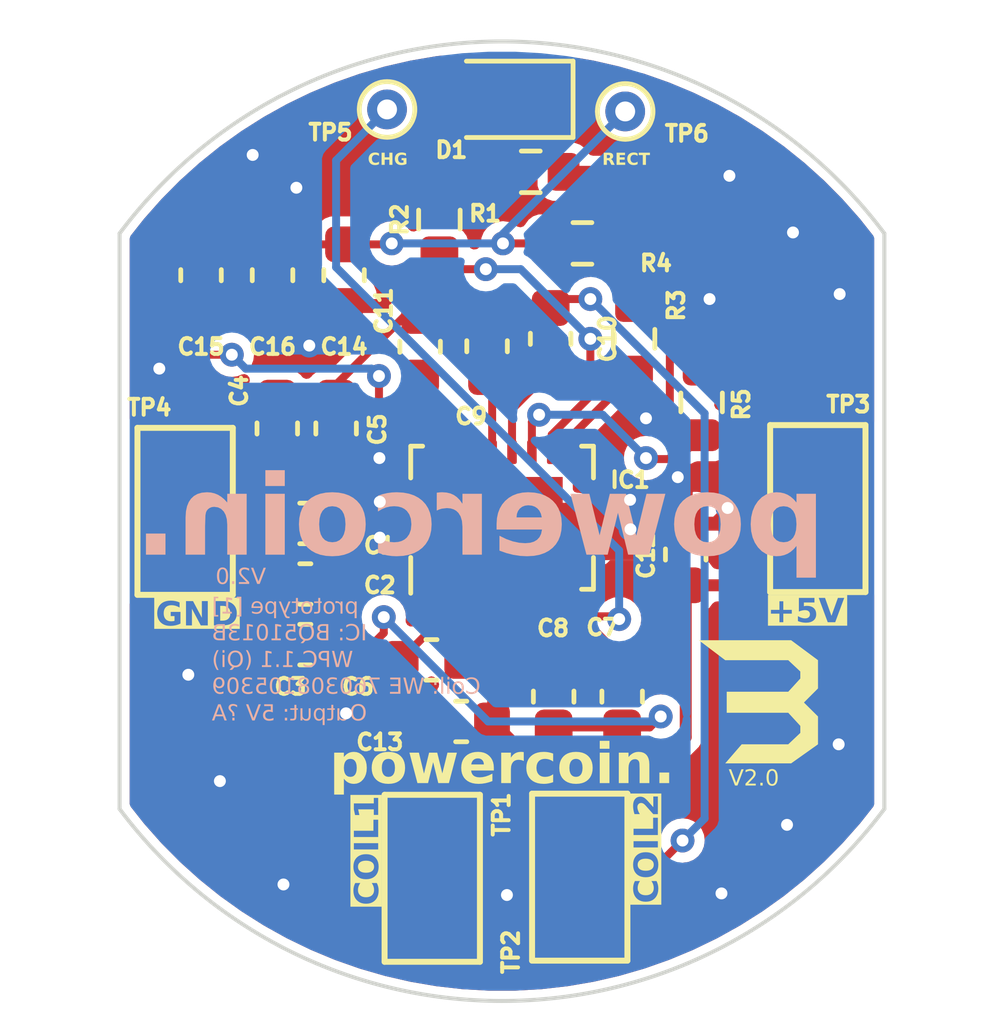
<source format=kicad_pcb>
(kicad_pcb (version 20220331) (generator pcbnew)
  (title_block (title "Powercoin") (date "2022-04-22") (rev "V2.0") (comment 3 "Wireless Charging Circuit") (comment 4 "Qi-Certified Ultra-Small"))
  (layers (0 "F.Cu" signal) (31 "B.Cu" signal) (34 "B.Paste" user) (35 "F.Paste" user) (36 "B.SilkS" user "B.Silkscreen") (37 "F.SilkS" user "F.Silkscreen") (38 "B.Mask" user) (39 "F.Mask" user) (44 "Edge.Cuts" user))
  (net 0 "")
  (net 1 "Net-(IC1-RECT)")
  (net 2 "Net-(IC1-~{CHG})")
  (net 3 "GND")
  (net 4 "+5V")
  (net 5 "Net-(IC1-AC2)")
  (net 6 "Net-(C1-Pad1)")
  (net 7 "Net-(IC1-FOD)")
  (net 8 "Net-(IC1-ILIM)")
  (net 9 "Net-(IC1-TS/CTRL)")
  (net 10 "Net-(D1-A)")
  (net 11 "Net-(IC1-AC1)")
  (net 12 "Net-(IC1-BOOT1)")
  (net 13 "Net-(IC1-CLAMP1)")
  (net 14 "Net-(IC1-COMM1)")
  (net 16 "Net-(IC1-COMM2)")
  (net 17 "Net-(IC1-CLAMP2)")
  (net 18 "Net-(IC1-BOOT2)")
  (footprint "Capacitor_SMD:C_0603_1608Metric" (layer "F.Cu") (at 102.35 77.625 180)
    (fp_text reference "C13" (at 2.05 -0.52 180) (layer "F.SilkS") (effects (font (size 0.4 0.4))))
    (fp_text value "1μF")
    (fp_line (start -0.14058 -0.51) (end 0.14058 -0.51) (stroke (width 0.12)) (layer "F.SilkS"))
    (fp_line (start -0.14058 0.51) (end 0.14058 0.51) (stroke (width 0.12)) (layer "F.SilkS"))
    (pad "1" smd roundrect (at -0.775 0 180) (size 0.9 0.95) (layers "F.Cu" "F.Paste" "F.Mask") (net 4 "+5V"))
    (pad "2" smd roundrect (at 0.775 0 180) (size 0.9 0.95) (layers "F.Cu" "F.Paste" "F.Mask") (net 3 "GND"))
  )
  (footprint "Package_DFN_QFN:Texas_VQFN-RHL-20" (layer "F.Cu") (at 103.378 72.5 90)
    (fp_text reference "IC1" (at 0.95 3.222 180) (layer "F.SilkS") (effects (font (size 0.4 0.4) (thickness 0.125))))
    (fp_text value "BQ51013B_VQFN_20")
    (fp_line (start -1.9 -2.3) (end -1 -2.3) (stroke (width 0.12)) (layer "F.SilkS"))
    (fp_line (start -1.8 2) (end -1.8 2.3) (stroke (width 0.12)) (layer "F.SilkS"))
    (fp_line (start -1.8 2.3) (end -1 2.3) (stroke (width 0.12)) (layer "F.SilkS"))
    (fp_line (start 1 -2.3) (end 1.8 -2.3) (stroke (width 0.12)) (layer "F.SilkS"))
    (fp_line (start 1 2.3) (end 1.8 2.3) (stroke (width 0.12)) (layer "F.SilkS"))
    (fp_line (start 1.8 -2.3) (end 1.8 -2) (stroke (width 0.12)) (layer "F.SilkS"))
    (fp_line (start 1.8 2) (end 1.8 2.3) (stroke (width 0.12)) (layer "F.SilkS"))
    (pad "1" smd roundrect (at -0.75 -2.15 90) (size 0.24 0.6) (layers "F.Cu" "F.Paste" "F.Mask") (roundrect_rratio 0.21) (net 3 "GND"))
    (pad "2" smd roundrect (at -1.65 -1.75 90) (size 0.6 0.24) (layers "F.Cu" "F.Paste" "F.Mask") (roundrect_rratio 0.21) (net 11 "Net-(IC1-AC1)"))
    (pad "3" smd roundrect (at -1.65 -1.25 90) (size 0.6 0.24) (layers "F.Cu" "F.Paste" "F.Mask") (roundrect_rratio 0.21) (net 12 "Net-(IC1-BOOT1)"))
    (pad "4" smd roundrect (at -1.65 -0.75 90) (size 0.6 0.24) (layers "F.Cu" "F.Paste" "F.Mask") (roundrect_rratio 0.21) (net 4 "+5V"))
    (pad "5" smd roundrect (at -1.65 -0.25 90) (size 0.6 0.24) (layers "F.Cu" "F.Paste" "F.Mask") (roundrect_rratio 0.21) (net 13 "Net-(IC1-CLAMP1)"))
    (pad "6" smd roundrect (at -1.65 0.25 90) (size 0.6 0.24) (layers "F.Cu" "F.Paste" "F.Mask") (roundrect_rratio 0.21) (net 14 "Net-(IC1-COMM1)"))
    (pad "7" smd roundrect (at -1.65 0.75 90) (size 0.6 0.24) (layers "F.Cu" "F.Paste" "F.Mask") (roundrect_rratio 0.21) (net 2 "Net-(IC1-~{CHG})"))
    (pad "8" smd roundrect (at -1.65 1.25 90) (size 0.6 0.24) (layers "F.Cu" "F.Paste" "F.Mask") (roundrect_rratio 0.21))
    (pad "9" smd roundrect (at -1.65 1.75 90) (size 0.6 0.24) (layers "F.Cu" "F.Paste" "F.Mask") (roundrect_rratio 0.21) (net 3 "GND"))
    (pad "10" smd roundrect (at -0.75 2.15 90) (size 0.24 0.6) (layers "F.Cu" "F.Paste" "F.Mask") (roundrect_rratio 0.21) (net 3 "GND"))
    (pad "11" smd roundrect (at 0.75 2.15 90) (size 0.24 0.6) (layers "F.Cu" "F.Paste" "F.Mask") (roundrect_rratio 0.21) (net 3 "GND"))
    (pad "12" smd roundrect (at 1.65 1.75 90) (size 0.6 0.24) (layers "F.Cu" "F.Paste" "F.Mask") (roundrect_rratio 0.21) (net 8 "Net-(IC1-ILIM)"))
    (pad "13" smd roundrect (at 1.65 1.25 90) (size 0.6 0.24) (layers "F.Cu" "F.Paste" "F.Mask") (roundrect_rratio 0.21) (net 9 "Net-(IC1-TS/CTRL)"))
    (pad "14" smd roundrect (at 1.65 0.75 90) (size 0.6 0.24) (layers "F.Cu" "F.Paste" "F.Mask") (roundrect_rratio 0.21) (net 7 "Net-(IC1-FOD)"))
    (pad "15" smd roundrect (at 1.65 0.25 90) (size 0.6 0.24) (layers "F.Cu" "F.Paste" "F.Mask") (roundrect_rratio 0.21) (net 16 "Net-(IC1-COMM2)"))
    (pad "16" smd roundrect (at 1.65 -0.25 90) (size 0.6 0.24) (layers "F.Cu" "F.Paste" "F.Mask") (roundrect_rratio 0.21) (net 17 "Net-(IC1-CLAMP2)"))
    (pad "17" smd roundrect (at 1.65 -0.75 90) (size 0.6 0.24) (layers "F.Cu" "F.Paste" "F.Mask") (roundrect_rratio 0.21) (net 18 "Net-(IC1-BOOT2)"))
    (pad "18" smd roundrect (at 1.65 -1.25 90) (size 0.6 0.24) (layers "F.Cu" "F.Paste" "F.Mask") (roundrect_rratio 0.21) (net 1 "Net-(IC1-RECT)"))
    (pad "19" smd roundrect (at 1.65 -1.75 90) (size 0.6 0.24) (layers "F.Cu" "F.Paste" "F.Mask") (roundrect_rratio 0.21) (net 5 "Net-(IC1-AC2)"))
    (pad "20" smd roundrect (at 0.75 -2.15 90) (size 0.24 0.6) (layers "F.Cu" "F.Paste" "F.Mask") (roundrect_rratio 0.21) (net 3 "GND"))
    (pad "21" smd roundrect (at -0.275 -2.15 90) (size 0.2 0.6) (layers "F.Cu" "F.Paste" "F.Mask") (net 3 "GND"))
    (pad "21" smd roundrect (at -0.275 2.15 90) (size 0.2 0.6) (layers "F.Cu" "F.Paste" "F.Mask") (net 3 "GND"))
    (pad "21" smd custom (at 0 0 90) (size 1.524 1.524) (layers "F.Cu" "F.Mask") (net 3 "GND") (options (clearance outline) (anchor rect)) (primitives (gr_poly (pts (xy 0.375 -1.525) (xy 1.025 -1.525) (xy 1.025 1.525) (xy 0.375 1.525) (xy 0.375 1.925) (xy -0.375 1.925) (xy -0.375 1.525) (xy -1.025 1.525) (xy -1.025 -1.525) (xy -0.375 -1.525) (xy -0.375 -1.925) (xy 0.375 -1.925)) (width 0) (fill yes))))
    (pad "21" smd roundrect (at 0.275 -2.15 90) (size 0.2 0.6) (layers "F.Cu" "F.Paste" "F.Mask") (net 3 "GND"))
    (pad "21" smd roundrect (at 0.275 2.15 90) (size 0.2 0.6) (layers "F.Cu" "F.Paste" "F.Mask") (net 3 "GND"))
  )
  (footprint "Capacitor_SMD:C_0603_1608Metric" (layer "F.Cu") (at 98.425 74.168)
    (fp_text reference "C2" (at 1.875 0.032) (layer "F.SilkS") (effects (font (size 0.4 0.4))))
    (fp_text value "68nf")
    (fp_line (start -0.14058 -0.51) (end 0.14058 -0.51) (stroke (width 0.12)) (layer "F.SilkS"))
    (fp_line (start -0.14058 0.51) (end 0.14058 0.51) (stroke (width 0.12)) (layer "F.SilkS"))
    (pad "1" smd roundrect (at -0.775 0) (size 0.9 0.95) (layers "F.Cu" "F.Paste" "F.Mask") (net 6 "Net-(C1-Pad1)"))
    (pad "2" smd roundrect (at 0.775 0) (size 0.9 0.95) (layers "F.Cu" "F.Paste" "F.Mask") (net 11 "Net-(IC1-AC1)"))
  )
  (footprint "Capacitor_SMD:C_0603_1608Metric" (layer "F.Cu") (at 101.6 76.076)
    (fp_text reference "C6" (at -1.85 0.674) (layer "F.SilkS") (effects (font (size 0.4 0.4))))
    (fp_text value "10nf")
    (fp_line (start -0.14058 -0.51) (end 0.14058 -0.51) (stroke (width 0.12)) (layer "F.SilkS"))
    (fp_line (start -0.14058 0.51) (end 0.14058 0.51) (stroke (width 0.12)) (layer "F.SilkS"))
    (pad "1" smd roundrect (at -0.775 0) (size 0.9 0.95) (layers "F.Cu" "F.Paste" "F.Mask") (net 11 "Net-(IC1-AC1)"))
    (pad "2" smd roundrect (at 0.775 0) (size 0.9 0.95) (layers "F.Cu" "F.Paste" "F.Mask") (net 12 "Net-(IC1-BOOT1)"))
  )
  (footprint "TestPoint:TestPoint_Keystone_5019_Minature" (layer "F.Cu") (at 111.325 72.27 90)
    (fp_text reference "TP3" (at 2.62 0.77 180) (layer "F.SilkS") (effects (font (size 0.4 0.4) (thickness 0.125))))
    (fp_text value "PWR")
    (fp_line (start -2.1 -1.2) (end 2.1 -1.2) (stroke (width 0.15)) (layer "F.SilkS"))
    (fp_line (start -2.1 1.2) (end -2.1 -1.2) (stroke (width 0.15)) (layer "F.SilkS"))
    (fp_line (start 2.1 -1.2) (end 2.1 1.2) (stroke (width 0.15)) (layer "F.SilkS"))
    (fp_line (start 2.1 1.2) (end -2.1 1.2) (stroke (width 0.15)) (layer "F.SilkS"))
    (pad "1" smd rect (at 0 0 90) (size 3.8 2) (layers "F.Cu" "F.Paste" "F.Mask") (net 4 "+5V"))
  )
  (footprint "Capacitor_SMD:C_0603_1608Metric" (layer "F.Cu") (at 108 73.425 90)
    (fp_text reference "C12" (at -0.025 -1 90) (layer "F.SilkS") (effects (font (size 0.4 0.4))))
    (fp_text value "100nf")
    (fp_line (start -0.14058 -0.51) (end 0.14058 -0.51) (stroke (width 0.12)) (layer "F.SilkS"))
    (fp_line (start -0.14058 0.51) (end 0.14058 0.51) (stroke (width 0.12)) (layer "F.SilkS"))
    (pad "1" smd roundrect (at -0.775 0 90) (size 0.9 0.95) (layers "F.Cu" "F.Paste" "F.Mask") (net 4 "+5V"))
    (pad "2" smd roundrect (at 0.775 0 90) (size 0.9 0.95) (layers "F.Cu" "F.Paste" "F.Mask") (net 3 "GND"))
  )
  (footprint "Capacitor_SMD:C_0603_1608Metric" (layer "F.Cu") (at 97.6 66.4 -90)
    (fp_text reference "C16" (at 1.8 0 -180) (layer "F.SilkS") (effects (font (size 0.4 0.4))))
    (fp_text value "10μF")
    (fp_line (start -0.14058 -0.51) (end 0.14058 -0.51) (stroke (width 0.12)) (layer "F.SilkS"))
    (fp_line (start -0.14058 0.51) (end 0.14058 0.51) (stroke (width 0.12)) (layer "F.SilkS"))
    (pad "1" smd roundrect (at -0.775 0 270) (size 0.9 0.95) (layers "F.Cu" "F.Paste" "F.Mask") (net 1 "Net-(IC1-RECT)"))
    (pad "2" smd roundrect (at 0.775 0 270) (size 0.9 0.95) (layers "F.Cu" "F.Paste" "F.Mask") (net 3 "GND"))
  )
  (footprint "TestPoint:TestPoint_THTPad_D1.0mm_Drill0.5mm" (layer "F.Cu") (at 100.4824 62.23)
    (fp_text reference "TP5" (at -1.4224 0.58) (layer "F.SilkS") (effects (font (size 0.4 0.4))))
    (fp_text value "CHG")
    (fp_circle (center 0 0) (end 0 0.7) (stroke (width 0.12)) (fill none) (layer "F.SilkS"))
    (pad "1" thru_hole circle (at 0 0) (size 1 1) (drill 0.5) (layers *.Cu *.Mask) (net 2 "Net-(IC1-~{CHG})"))
  )
  (footprint "Capacitor_SMD:C_0603_1608Metric" (layer "F.Cu") (at 99.2 70.255 -90)
    (fp_text reference "C5" (at 0.025 -1.04 90) (layer "F.SilkS") (effects (font (size 0.4 0.4))))
    (fp_text value "100pf")
    (fp_line (start -0.14058 -0.51) (end 0.14058 -0.51) (stroke (width 0.12)) (layer "F.SilkS"))
    (fp_line (start -0.14058 0.51) (end 0.14058 0.51) (stroke (width 0.12)) (layer "F.SilkS"))
    (pad "1" smd roundrect (at -0.775 0 270) (size 0.9 0.95) (layers "F.Cu" "F.Paste" "F.Mask") (net 5 "Net-(IC1-AC2)"))
    (pad "2" smd roundrect (at 0.775 0 270) (size 0.9 0.95) (layers "F.Cu" "F.Paste" "F.Mask") (net 11 "Net-(IC1-AC1)"))
  )
  (footprint "Capacitor_SMD:C_0603_1608Metric" (layer "F.Cu") (at 98.425 75.692)
    (fp_text reference "C3" (at -0.375 1.058) (layer "F.SilkS") (effects (font (size 0.4 0.4))))
    (fp_text value "68nf")
    (fp_line (start -0.14058 -0.51) (end 0.14058 -0.51) (stroke (width 0.12)) (layer "F.SilkS"))
    (fp_line (start -0.14058 0.51) (end 0.14058 0.51) (stroke (width 0.12)) (layer "F.SilkS"))
    (pad "1" smd roundrect (at -0.775 0) (size 0.9 0.95) (layers "F.Cu" "F.Paste" "F.Mask") (net 6 "Net-(C1-Pad1)"))
    (pad "2" smd roundrect (at 0.775 0) (size 0.9 0.95) (layers "F.Cu" "F.Paste" "F.Mask") (net 11 "Net-(IC1-AC1)"))
  )
  (footprint "TestPoint:TestPoint_THTPad_D1.0mm_Drill0.5mm" (layer "F.Cu") (at 106.4768 62.2808)
    (fp_text reference "TP6" (at 1.5532 0.5592 180) (layer "F.SilkS") (effects (font (size 0.4 0.4) (thickness 0.125))))
    (fp_text value "RECT")
    (fp_circle (center 0 0) (end 0 0.7) (stroke (width 0.12)) (fill none) (layer "F.SilkS"))
    (pad "1" thru_hole circle (at 0 0) (size 1 1) (drill 0.5) (layers *.Cu *.Mask) (net 1 "Net-(IC1-RECT)"))
  )
  (footprint "Resistor_SMD:R_0603_1608Metric" (layer "F.Cu") (at 101.8 65 90)
    (fp_text reference "R2" (at 0 -1 90) (layer "F.SilkS") (effects (font (size 0.4 0.4))))
    (fp_text value "10k")
    (fp_line (start -0.237258 -0.5225) (end 0.237258 -0.5225) (stroke (width 0.12)) (layer "F.SilkS"))
    (fp_line (start -0.237258 0.5225) (end 0.237258 0.5225) (stroke (width 0.12)) (layer "F.SilkS"))
    (pad "1" smd roundrect (at -0.825 0 90) (size 0.8 0.95) (layers "F.Cu" "F.Paste" "F.Mask") (net 9 "Net-(IC1-TS/CTRL)"))
    (pad "2" smd roundrect (at 0.825 0 90) (size 0.8 0.95) (layers "F.Cu" "F.Paste" "F.Mask") (net 3 "GND"))
  )
  (footprint "Resistor_SMD:R_0603_1608Metric" (layer "F.Cu") (at 105.4 65.6 180)
    (fp_text reference "R4" (at -1.85 -0.5) (layer "F.SilkS") (effects (font (size 0.4 0.4))))
    (fp_text value "20k")
    (fp_line (start -0.237258 -0.5225) (end 0.237258 -0.5225) (stroke (width 0.12)) (layer "F.SilkS"))
    (fp_line (start -0.237258 0.5225) (end 0.237258 0.5225) (stroke (width 0.12)) (layer "F.SilkS"))
    (pad "1" smd roundrect (at -0.825 0 180) (size 0.8 0.95) (layers "F.Cu" "F.Paste" "F.Mask") (net 7 "Net-(IC1-FOD)"))
    (pad "2" smd roundrect (at 0.825 0 180) (size 0.8 0.95) (layers "F.Cu" "F.Paste" "F.Mask") (net 1 "Net-(IC1-RECT)"))
  )
  (footprint "Capacitor_SMD:C_0603_1608Metric" (layer "F.Cu") (at 97.719 70.255 -90)
    (fp_text reference "C4" (at -0.945 0.959 90) (layer "F.SilkS") (effects (font (size 0.4 0.4))))
    (fp_text value "1.8nf")
    (fp_line (start -0.14058 -0.51) (end 0.14058 -0.51) (stroke (width 0.12)) (layer "F.SilkS"))
    (fp_line (start -0.14058 0.51) (end 0.14058 0.51) (stroke (width 0.12)) (layer "F.SilkS"))
    (pad "1" smd roundrect (at -0.775 0 270) (size 0.9 0.95) (layers "F.Cu" "F.Paste" "F.Mask") (net 5 "Net-(IC1-AC2)"))
    (pad "2" smd roundrect (at 0.775 0 270) (size 0.9 0.95) (layers "F.Cu" "F.Paste" "F.Mask") (net 11 "Net-(IC1-AC1)"))
  )
  (footprint "Capacitor_SMD:C_0603_1608Metric" (layer "F.Cu") (at 106.4 77 90)
    (fp_text reference "C7" (at 1.74 -0.5 180) (layer "F.SilkS") (effects (font (size 0.4 0.4))))
    (fp_text value "22nf")
    (fp_line (start -0.14058 -0.51) (end 0.14058 -0.51) (stroke (width 0.12)) (layer "F.SilkS"))
    (fp_line (start -0.14058 0.51) (end 0.14058 0.51) (stroke (width 0.12)) (layer "F.SilkS"))
    (pad "1" smd roundrect (at -0.775 0 90) (size 0.9 0.95) (layers "F.Cu" "F.Paste" "F.Mask") (net 11 "Net-(IC1-AC1)"))
    (pad "2" smd roundrect (at 0.775 0 90) (size 0.9 0.95) (layers "F.Cu" "F.Paste" "F.Mask") (net 14 "Net-(IC1-COMM1)"))
  )
  (footprint "Capacitor_SMD:C_0603_1608Metric" (layer "F.Cu") (at 101.315 68.2 -90)
    (fp_text reference "C11" (at -0.9 0.915 -90) (layer "F.SilkS") (effects (font (size 0.4 0.4))))
    (fp_text value "10nf")
    (fp_line (start -0.14058 -0.51) (end 0.14058 -0.51) (stroke (width 0.12)) (layer "F.SilkS"))
    (fp_line (start -0.14058 0.51) (end 0.14058 0.51) (stroke (width 0.12)) (layer "F.SilkS"))
    (pad "1" smd roundrect (at -0.775 0 270) (size 0.9 0.95) (layers "F.Cu" "F.Paste" "F.Mask") (net 5 "Net-(IC1-AC2)"))
    (pad "2" smd roundrect (at 0.775 0 270) (size 0.9 0.95) (layers "F.Cu" "F.Paste" "F.Mask") (net 18 "Net-(IC1-BOOT2)"))
  )
  (footprint "Capacitor_SMD:C_0603_1608Metric" (layer "F.Cu") (at 104.676 77 90)
    (fp_text reference "C8" (at 1.72 -0.016 180) (layer "F.SilkS") (effects (font (size 0.4 0.4))))
    (fp_text value "470nf")
    (fp_line (start -0.14058 -0.51) (end 0.14058 -0.51) (stroke (width 0.12)) (layer "F.SilkS"))
    (fp_line (start -0.14058 0.51) (end 0.14058 0.51) (stroke (width 0.12)) (layer "F.SilkS"))
    (pad "1" smd roundrect (at -0.775 0 90) (size 0.9 0.95) (layers "F.Cu" "F.Paste" "F.Mask") (net 11 "Net-(IC1-AC1)"))
    (pad "2" smd roundrect (at 0.775 0 90) (size 0.9 0.95) (layers "F.Cu" "F.Paste" "F.Mask") (net 13 "Net-(IC1-CLAMP1)"))
  )
  (footprint "Resistor_SMD:R_0603_1608Metric" (layer "F.Cu") (at 108.4 69.6 -90)
    (fp_text reference "R5" (at 0.05 -1 -90) (layer "F.SilkS") (effects (font (size 0.4 0.4))))
    (fp_text value "196")
    (fp_line (start -0.237258 -0.5225) (end 0.237258 -0.5225) (stroke (width 0.12)) (layer "F.SilkS"))
    (fp_line (start -0.237258 0.5225) (end 0.237258 0.5225) (stroke (width 0.12)) (layer "F.SilkS"))
    (pad "1" smd roundrect (at -0.825 0 270) (size 0.8 0.95) (layers "F.Cu" "F.Paste" "F.Mask") (net 3 "GND"))
    (pad "2" smd roundrect (at 0.825 0 270) (size 0.8 0.95) (layers "F.Cu" "F.Paste" "F.Mask") (net 7 "Net-(IC1-FOD)"))
  )
  (footprint "Byran_Logo:Byran_Tech_Logo_3mm_v2" (layer "F.Cu") (at 109.83 77.13)
    (fp_text reference "G***")
    (fp_text value "LOGO" hide)
    (fp_poly (pts (xy 1.161454 -1.297618) (xy 1.499655 -1.046456) (xy 1.499843 -0.691421) (xy 1.500031 -0.336385) (xy 1.361839 -0.198005) (xy 1.349264 -0.185413) (xy 1.336684 -0.172814) (xy 1.324162 -0.160272) (xy 1.311759 -0.147849) (xy 1.299538 -0.135607) (xy 1.28756 -0.123607) (xy 1.275888 -0.111913) (xy 1.264584 -0.100586) (xy 1.253709 -0.089688) (xy 1.243325 -0.079282) (xy 1.233496 -0.06943) (xy 1.224282 -0.060194) (xy 1.215745 -0.051636) (xy 1.207949 -0.043818) (xy 1.200954 -0.036802) (xy 1.194823 -0.030651) (xy 1.189618 -0.025427) (xy 1.1854 -0.021191) (xy 1.184802 -0.02059) (xy 1.145957 0.018446) (xy 1.500031 0.369286) (xy 1.499843 0.719517) (xy 1.499655 1.069747) (xy 0.823891 1.548739) (xy -0.005871 1.54876) (xy -0.835633 1.54878) (xy -0.832907 1.545593) (xy -0.832231 1.54481) (xy -0.830608 1.54293) (xy -0.828068 1.539992) (xy -0.824645 1.536033) (xy -0.820372 1.531091) (xy -0.815281 1.525204) (xy -0.809405 1.51841) (xy -0.802777 1.510746) (xy -0.795429 1.502251) (xy -0.787395 1.492963) (xy -0.778707 1.482918) (xy -0.769398 1.472156) (xy -0.759501 1.460714) (xy -0.749048 1.448629) (xy -0.738072 1.43594) (xy -0.726606 1.422685) (xy -0.714683 1.408902) (xy -0.702335 1.394627) (xy -0.689595 1.3799) (xy -0.676496 1.364758) (xy -0.663071 1.349239) (xy -0.649352 1.333381) (xy -0.635373 1.317221) (xy -0.625657 1.30599) (xy -0.421133 1.069574) (xy 0.164628 1.069534) (xy 0.75039 1.069494) (xy 0.902455 0.926124) (xy 1.054521 0.782754) (xy 1.054499 0.694571) (xy 1.054478 0.606387) (xy 0.75039 0.276115) (xy -0.798016 0.276005) (xy -0.798016 -0.252755) (xy -0.023813 -0.252807) (xy 0.75039 -0.252858) (xy 0.902458 -0.418951) (xy 1.054527 -0.585043) (xy 1.054336 -0.673336) (xy 1.054146 -0.761629) (xy 0.75039 -1.046243) (xy -0.042751 -1.046267) (xy -0.835891 -1.046291) (xy -1.167294 -1.29712) (xy -1.187152 -1.312149) (xy -1.206711 -1.326954) (xy -1.225937 -1.341506) (xy -1.244797 -1.355782) (xy -1.263256 -1.369755) (xy -1.28128 -1.383399) (xy -1.298836 -1.396688) (xy -1.315889 -1.409597) (xy -1.332405 -1.4221) (xy -1.348349 -1.434171) (xy -1.363689 -1.445785) (xy -1.37839 -1.456915) (xy -1.392417 -1.467535) (xy -1.405737 -1.477621) (xy -1.418316 -1.487145) (xy -1.430119 -1.496083) (xy -1.441113 -1.504409) (xy -1.451263 -1.512096) (xy -1.460536 -1.519119) (xy -1.468897 -1.525452) (xy -1.476312 -1.53107) (xy -1.482747 -1.535946) (xy -1.488168 -1.540055) (xy -1.492542 -1.54337) (xy -1.495833 -1.545867) (xy -1.498008 -1.54752) (xy -1.499033 -1.548301) (xy -1.499113 -1.548364) (xy -1.498383 -1.548379) (xy -1.496177 -1.548394) (xy -1.492523 -1.548409) (xy -1.487445 -1.548423) (xy -1.480969 -1.548438) (xy -1.473121 -1.548452) (xy -1.463926 -1.548466) (xy -1.453409 -1.54848) (xy -1.441596 -1.548494) (xy -1.428513 -1.548507) (xy -1.414185 -1.54852) (xy -1.398637 -1.548533) (xy -1.381895 -1.548546) (xy -1.363985 -1.548559) (xy -1.344932 -1.548571) (xy -1.324761 -1.548583) (xy -1.303499 -1.548595) (xy -1.28117 -1.548606) (xy -1.2578 -1.548618) (xy -1.233415 -1.548629) (xy -1.208039 -1.548639) (xy -1.1817 -1.54865) (xy -1.154421 -1.54866) (xy -1.126229 -1.548669) (xy -1.097149 -1.548679) (xy -1.067207 -1.548688) (xy -1.036427 -1.548696) (xy -1.004837 -1.548705) (xy -0.97246 -1.548712) (xy -0.939323 -1.54872) (xy -0.905452 -1.548727) (xy -0.87087 -1.548734) (xy -0.835605 -1.54874) (xy -0.799682 -1.548746) (xy -0.763126 -1.548751) (xy -0.725962 -1.548756) (xy -0.688217 -1.548761) (xy -0.649915 -1.548765) (xy -0.611082 -1.548769) (xy -0.571744 -1.548772) (xy -0.531927 -1.548775) (xy -0.491655 -1.548777) (xy -0.450954 -1.548779) (xy -0.409849 -1.54878) (xy 0.823254 -1.54878)) (fill solid) (layer "F.SilkS"))
  )
  (footprint "Resistor_SMD:R_0603_1608Metric" (layer "F.Cu") (at 106.7 68 -90)
    (fp_text reference "R3" (at -0.84 -1.06 90) (layer "F.SilkS") (effects (font (size 0.4 0.4))))
    (fp_text value "66")
    (fp_line (start -0.237258 -0.5225) (end 0.237258 -0.5225) (stroke (width 0.12)) (layer "F.SilkS"))
    (fp_line (start -0.237258 0.5225) (end 0.237258 0.5225) (stroke (width 0.12)) (layer "F.SilkS"))
    (pad "1" smd roundrect (at -0.825 0 270) (size 0.8 0.95) (layers "F.Cu" "F.Paste" "F.Mask") (net 7 "Net-(IC1-FOD)"))
    (pad "2" smd roundrect (at 0.825 0 270) (size 0.8 0.95) (layers "F.Cu" "F.Paste" "F.Mask") (net 8 "Net-(IC1-ILIM)"))
  )
  (footprint "TestPoint:TestPoint_Keystone_5019_Minature" (layer "F.Cu") (at 95.4 72.34 90)
    (fp_text reference "TP4" (at 2.61 -0.9 180) (layer "F.SilkS") (effects (font (size 0.4 0.4))))
    (fp_text value "GND")
    (fp_line (start -2.1 -1.2) (end 2.1 -1.2) (stroke (width 0.15)) (layer "F.SilkS"))
    (fp_line (start -2.1 1.2) (end -2.1 -1.2) (stroke (width 0.15)) (layer "F.SilkS"))
    (fp_line (start 2.1 -1.2) (end 2.1 1.2) (stroke (width 0.15)) (layer "F.SilkS"))
    (fp_line (start 2.1 1.2) (end -2.1 1.2) (stroke (width 0.15)) (layer "F.SilkS"))
    (pad "1" smd rect (at 0 0 90) (size 3.8 2) (layers "F.Cu" "F.Paste" "F.Mask") (net 3 "GND"))
  )
  (footprint "Capacitor_SMD:C_0603_1608Metric" (layer "F.Cu") (at 98.425 72.644)
    (fp_text reference "C1" (at 1.875 0.556) (layer "F.SilkS") (effects (font (size 0.4 0.4))))
    (fp_text value "68nf")
    (fp_line (start -0.14058 -0.51) (end 0.14058 -0.51) (stroke (width 0.12)) (layer "F.SilkS"))
    (fp_line (start -0.14058 0.51) (end 0.14058 0.51) (stroke (width 0.12)) (layer "F.SilkS"))
    (pad "1" smd roundrect (at -0.775 0) (size 0.9 0.95) (layers "F.Cu" "F.Paste" "F.Mask") (net 6 "Net-(C1-Pad1)"))
    (pad "2" smd roundrect (at 0.775 0) (size 0.9 0.95) (layers "F.Cu" "F.Paste" "F.Mask") (net 11 "Net-(IC1-AC1)"))
  )
  (footprint "TestPoint:TestPoint_Keystone_5019_Minature" (layer "F.Cu") (at 105.3324 81.5412 90)
    (fp_text reference "TP2" (at -1.8788 -1.7324 90) (layer "F.SilkS") (effects (font (size 0.4 0.4) (thickness 0.125))))
    (fp_text value "COIL2")
    (fp_line (start -2.1 -1.2) (end 2.1 -1.2) (stroke (width 0.15)) (layer "F.SilkS"))
    (fp_line (start -2.1 1.2) (end -2.1 -1.2) (stroke (width 0.15)) (layer "F.SilkS"))
    (fp_line (start 2.1 -1.2) (end 2.1 1.2) (stroke (width 0.15)) (layer "F.SilkS"))
    (fp_line (start 2.1 1.2) (end -2.1 1.2) (stroke (width 0.15)) (layer "F.SilkS"))
    (pad "1" smd rect (at 0 0 90) (size 3.8 2) (layers "F.Cu" "F.Paste" "F.Mask") (net 5 "Net-(IC1-AC2)"))
  )
  (footprint "TestPoint:TestPoint_Keystone_5019_Minature" (layer "F.Cu") (at 101.62 81.57 90)
    (fp_text reference "TP1" (at 1.6052 1.7432 90) (layer "F.SilkS") (effects (font (size 0.4 0.4) (thickness 0.125))))
    (fp_text value "COIL1")
    (fp_line (start -2.1 -1.2) (end 2.1 -1.2) (stroke (width 0.15)) (layer "F.SilkS"))
    (fp_line (start -2.1 1.2) (end -2.1 -1.2) (stroke (width 0.15)) (layer "F.SilkS"))
    (fp_line (start 2.1 -1.2) (end 2.1 1.2) (stroke (width 0.15)) (layer "F.SilkS"))
    (fp_line (start 2.1 1.2) (end -2.1 1.2) (stroke (width 0.15)) (layer "F.SilkS"))
    (pad "1" smd rect (at 0 0 90) (size 3.8 2) (layers "F.Cu" "F.Paste" "F.Mask") (net 6 "Net-(C1-Pad1)"))
  )
  (footprint "Capacitor_SMD:C_0603_1608Metric" (layer "F.Cu") (at 104.6 68 -90)
    (fp_text reference "C10" (at 0 -1.43 -90) (layer "F.SilkS") (effects (font (size 0.4 0.4))))
    (fp_text value "22nf")
    (fp_line (start -0.14058 -0.51) (end 0.14058 -0.51) (stroke (width 0.12)) (layer "F.SilkS"))
    (fp_line (start -0.14058 0.51) (end 0.14058 0.51) (stroke (width 0.12)) (layer "F.SilkS"))
    (pad "1" smd roundrect (at -0.775 0 270) (size 0.9 0.95) (layers "F.Cu" "F.Paste" "F.Mask") (net 5 "Net-(IC1-AC2)"))
    (pad "2" smd roundrect (at 0.775 0 270) (size 0.9 0.95) (layers "F.Cu" "F.Paste" "F.Mask") (net 16 "Net-(IC1-COMM2)"))
  )
  (footprint "LED_SMD:LED_0805_2012Metric" (layer "F.Cu") (at 103.4796 61.976 180)
    (fp_text reference "D1" (at 1.3796 -1.274 180) (layer "F.SilkS") (effects (font (size 0.4 0.4))))
    (fp_text value "LED")
    (fp_line (start -1.685 -0.96) (end -1.685 0.96) (stroke (width 0.12)) (layer "F.SilkS"))
    (fp_line (start -1.685 0.96) (end 1 0.96) (stroke (width 0.12)) (layer "F.SilkS"))
    (fp_line (start 1 -0.96) (end -1.685 -0.96) (stroke (width 0.12)) (layer "F.SilkS"))
    (pad "1" smd roundrect (at -0.9375 0 180) (size 0.975 1.4) (layers "F.Cu" "F.Paste" "F.Mask") (net 3 "GND"))
    (pad "2" smd roundrect (at 0.9375 0 180) (size 0.975 1.4) (layers "F.Cu" "F.Paste" "F.Mask") (net 10 "Net-(D1-A)"))
  )
  (footprint "Capacitor_SMD:C_0603_1608Metric" (layer "F.Cu") (at 95.8 66.4 -90)
    (fp_text reference "C15" (at 1.8 0 -180) (layer "F.SilkS") (effects (font (size 0.4 0.4))))
    (fp_text value "10μF")
    (fp_line (start -0.14058 -0.51) (end 0.14058 -0.51) (stroke (width 0.12)) (layer "F.SilkS"))
    (fp_line (start -0.14058 0.51) (end 0.14058 0.51) (stroke (width 0.12)) (layer "F.SilkS"))
    (pad "1" smd roundrect (at -0.775 0 270) (size 0.9 0.95) (layers "F.Cu" "F.Paste" "F.Mask") (net 1 "Net-(IC1-RECT)"))
    (pad "2" smd roundrect (at 0.775 0 270) (size 0.9 0.95) (layers "F.Cu" "F.Paste" "F.Mask") (net 3 "GND"))
  )
  (footprint "Capacitor_SMD:C_0603_1608Metric" (layer "F.Cu") (at 103 68.187 -90)
    (fp_text reference "C9" (at 1.763 0.4) (layer "F.SilkS") (effects (font (size 0.4 0.4))))
    (fp_text value "470nf")
    (fp_line (start -0.14058 -0.51) (end 0.14058 -0.51) (stroke (width 0.12)) (layer "F.SilkS"))
    (fp_line (start -0.14058 0.51) (end 0.14058 0.51) (stroke (width 0.12)) (layer "F.SilkS"))
    (pad "1" smd roundrect (at -0.775 0 270) (size 0.9 0.95) (layers "F.Cu" "F.Paste" "F.Mask") (net 5 "Net-(IC1-AC2)"))
    (pad "2" smd roundrect (at 0.775 0 270) (size 0.9 0.95) (layers "F.Cu" "F.Paste" "F.Mask") (net 17 "Net-(IC1-CLAMP2)"))
  )
  (footprint "Capacitor_SMD:C_0603_1608Metric" (layer "F.Cu") (at 99.4 66.4 -90)
    (fp_text reference "C14" (at 1.8 0 -180) (layer "F.SilkS") (effects (font (size 0.4 0.4))))
    (fp_text value "100nf")
    (fp_line (start -0.14058 -0.51) (end 0.14058 -0.51) (stroke (width 0.12)) (layer "F.SilkS"))
    (fp_line (start -0.14058 0.51) (end 0.14058 0.51) (stroke (width 0.12)) (layer "F.SilkS"))
    (pad "1" smd roundrect (at -0.775 0 270) (size 0.9 0.95) (layers "F.Cu" "F.Paste" "F.Mask") (net 1 "Net-(IC1-RECT)"))
    (pad "2" smd roundrect (at 0.775 0 270) (size 0.9 0.95) (layers "F.Cu" "F.Paste" "F.Mask") (net 3 "GND"))
  )
  (footprint "Resistor_SMD:R_0603_1608Metric" (layer "F.Cu") (at 104.1 63.8)
    (fp_text reference "R1" (at -1.15 1.05) (layer "F.SilkS") (effects (font (size 0.4 0.4))))
    (fp_text value "330")
    (fp_line (start -0.237258 -0.5225) (end 0.237258 -0.5225) (stroke (width 0.12)) (layer "F.SilkS"))
    (fp_line (start -0.237258 0.5225) (end 0.237258 0.5225) (stroke (width 0.12)) (layer "F.SilkS"))
    (pad "1" smd roundrect (at -0.825 0) (size 0.8 0.95) (layers "F.Cu" "F.Paste" "F.Mask") (net 10 "Net-(D1-A)"))
    (pad "2" smd roundrect (at 0.825 0) (size 0.8 0.95) (layers "F.Cu" "F.Paste" "F.Mask") (net 4 "+5V"))
  )
  (gr_line (start 93.75 65.35) (end 93.75 79.825) (stroke (width 0.1)) (layer "Edge.Cuts"))
  (gr_line (start 113 65.35) (end 113 79.825) (stroke (width 0.1)) (layer "Edge.Cuts"))
  (gr_arc (start 113 79.825) (mid 103.375 84.655051) (end 93.75 79.825) (stroke (width 0.1)) (layer "Edge.Cuts"))
  (gr_arc (start 93.75 65.35) (mid 103.375 60.519949) (end 113 65.35) (stroke (width 0.1)) (layer "Edge.Cuts"))
  (gr_text "prototype [1]\nIC: BQ51013B\nWPC 1.1 (Qi)\nCoil: WE 760308105309\nOutput: 5V ?A" (at 96.07 76.09) (layer "B.SilkS") (effects (font (size 0.4 0.4) (thickness 0.0625)) (justify right mirror)))
  (gr_text "V2.0" (at 96.8 74) (layer "B.SilkS") (effects (font (size 0.4 0.4) (thickness 0.0625)) (justify mirror)))
  (gr_text "powercoin." (at 102.82 72.6) (layer "B.SilkS") (effects (font (size 2 2) (thickness 0.3) bold) (justify mirror)))
  (gr_text "COIL2" (at 107.05 80.82 90) (layer "F.SilkS" knockout) (effects (font (size 0.6 0.6) (thickness 0.15) bold)))
  (gr_text "powercoin." (at 103.38 78.76) (layer "F.SilkS") (effects (font (size 1 1) (thickness 0.125) bold)))
  (gr_text "COIL1" (at 100.01 80.87 90) (layer "F.SilkS" knockout) (effects (font (size 0.6 0.6) (thickness 0.15) bold)))
  (gr_text "GND" (at 95.7 74.96) (layer "F.SilkS" knockout) (effects (font (size 0.6 0.6) (thickness 0.15) bold)))
  (gr_text "+5V" (at 111.025 74.88) (layer "F.SilkS" knockout) (effects (font (size 0.6 0.6) (thickness 0.15) bold)))
  (gr_text "CHG" (at 100.5 63.5) (layer "F.SilkS") (effects (font (size 0.3 0.3) (thickness 0.075) bold)))
  (gr_text "V2.0" (at 109.08 79.07) (layer "F.SilkS") (effects (font (size 0.4 0.4) (thickness 0.0625)) (justify left)))
  (gr_text "RECT" (at 106.5 63.5) (layer "F.SilkS") (effects (font (size 0.3 0.3) (thickness 0.075) bold)))
  (segment (start 103.4 65.6) (end 104.575 65.6) (width 0.2) (layer "F.Cu") (net 1))
  (segment (start 100.2792 68.9356) (end 100.2792 69.60016) (width 0.2) (layer "F.Cu") (net 1))
  (segment (start 100.575 65.625) (end 100.6 65.6) (width 0.2) (layer "F.Cu") (net 1))
  (segment (start 100.2792 69.60016) (end 100.6 69.92096) (width 0.2) (layer "F.Cu") (net 1))
  (segment (start 95.04548 67.608979) (end 95.04548 66.37952) (width 0.2) (layer "F.Cu") (net 1))
  (segment (start 95.836501 68.4) (end 95.04548 67.608979) (width 0.2) (layer "F.Cu") (net 1))
  (segment (start 101.724238 69.92096) (end 102.128 70.324722) (width 0.2) (layer "F.Cu") (net 1))
  (segment (start 100.6 69.92096) (end 101.724238 69.92096) (width 0.2) (layer "F.Cu") (net 1))
  (segment (start 97.6 65.625) (end 99.4 65.625) (width 0.2) (layer "F.Cu") (net 1))
  (segment (start 102.128 70.324722) (end 102.128 70.85) (width 0.2) (layer "F.Cu") (net 1))
  (segment (start 96.575 68.4) (end 95.836501 68.4) (width 0.2) (layer "F.Cu") (net 1))
  (segment (start 95.04548 66.37952) (end 95.8 65.625) (width 0.2) (layer "F.Cu") (net 1))
  (segment (start 95.8 65.625) (end 97.6 65.625) (width 0.2) (layer "F.Cu") (net 1))
  (segment (start 99.4 65.625) (end 100.575 65.625) (width 0.2) (layer "F.Cu") (net 1))
  (via (at 100.6 65.6) (size 0.6) (drill 0.3) (layers "F.Cu" "B.Cu") (net 1))
  (via (at 96.575 68.4) (size 0.6) (drill 0.3) (layers "F.Cu" "B.Cu") (net 1))
  (via (at 103.4 65.6) (size 0.6) (drill 0.3) (layers "F.Cu" "B.Cu") (net 1))
  (via (at 100.2792 68.9356) (size 0.6) (drill 0.3) (layers "F.Cu" "B.Cu") (net 1))
  (segment (start 100.6 65.6) (end 103.4 65.6) (width 0.2) (layer "B.Cu") (net 1))
  (segment (start 100.0936 68.75) (end 100.2792 68.9356) (width 0.2) (layer "B.Cu") (net 1))
  (segment (start 96.575 68.4) (end 96.925 68.75) (width 0.2) (layer "B.Cu") (net 1))
  (segment (start 103.4 65.3576) (end 106.4768 62.2808) (width 0.2) (layer "B.Cu") (net 1))
  (segment (start 103.4 65.6) (end 103.4 65.3576) (width 0.2) (layer "B.Cu") (net 1))
  (segment (start 96.925 68.75) (end 100.0936 68.75) (width 0.2) (layer "B.Cu") (net 1))
  (segment (start 104.219544 74.980457) (end 104.128 74.888913) (width 0.2) (layer "F.Cu") (net 2))
  (segment (start 106.325 75.05) (end 106.255457 74.980457) (width 0.2) (layer "F.Cu") (net 2))
  (segment (start 104.128 74.888913) (end 104.128 74.15) (width 0.2) (layer "F.Cu") (net 2))
  (segment (start 106.255457 74.980457) (end 104.219544 74.980457) (width 0.2) (layer "F.Cu") (net 2))
  (via (at 106.325 75.05) (size 0.6) (drill 0.3) (layers "F.Cu" "B.Cu") (net 2))
  (segment (start 106.325 73.325) (end 99.2 66.2) (width 0.2) (layer "B.Cu") (net 2))
  (segment (start 106.325 75.05) (end 106.325 73.325) (width 0.2) (layer "B.Cu") (net 2))
  (segment (start 99.2 66.2) (end 99.2 63.5124) (width 0.2) (layer "B.Cu") (net 2))
  (segment (start 99.2 63.5124) (end 100.4824 62.23) (width 0.2) (layer "B.Cu") (net 2))
  (segment (start 105.528 73.25) (end 106.15 73.25) (width 0.2) (layer "F.Cu") (net 3))
  (segment (start 106.15 73.25) (end 106.609769 72.790231) (width 0.2) (layer "F.Cu") (net 3))
  (segment (start 97.6 67.175) (end 99.4 67.175) (width 0.2) (layer "F.Cu") (net 3))
  (segment (start 106.6 72.780462) (end 106.609769 72.790231) (width 0.2) (layer "F.Cu") (net 3))
  (segment (start 97.6 67.175) (end 97.6 67.2455) (width 0.2) (layer "F.Cu") (net 3))
  (segment (start 101.228 73.25) (end 100.55 73.25) (width 0.2) (layer "F.Cu") (net 3))
  (segment (start 105.528 71.75) (end 105.528 72.225) (width 0.2) (layer "F.Cu") (net 3))
  (segment (start 106.6 72.05) (end 106.3 71.75) (width 0.2) (layer "F.Cu") (net 3))
  (segment (start 106.6 72.05) (end 106.6 72.780462) (width 0.2) (layer "F.Cu") (net 3))
  (segment (start 101.228 72.775) (end 103.103 72.775) (width 0.2) (layer "F.Cu") (net 3))
  (segment (start 105.528 72.225) (end 105.528 72.775) (width 0.2) (layer "F.Cu") (net 3))
  (segment (start 105.528 72.775) (end 105.528 73.25) (width 0.2) (layer "F.Cu") (net 3))
  (segment (start 108.4 67.2) (end 108.6 67) (width 0.2) (layer "F.Cu") (net 3))
  (segment (start 101.228 72.225) (end 103.103 72.225) (width 0.2) (layer "F.Cu") (net 3))
  (segment (start 100.65 71.75) (end 100.3 72.1) (width 0.2) (layer "F.Cu") (net 3))
  (segment (start 105.528 73.75) (end 105.128 74.15) (width 0.2) (layer "F.Cu") (net 3))
  (segment (start 99.655 77.625) (end 99.45 77.42) (width 0.2) (layer "F.Cu") (net 3))
  (segment (start 105.528 72.775) (end 103.653 72.775) (width 0.2) (layer "F.Cu") (net 3))
  (segment (start 100.55 73.25) (end 100.3 73) (width 0.2) (layer "F.Cu") (net 3))
  (segment (start 98.2 64.2) (end 98.225 64.175) (width 0.2) (layer "F.Cu") (net 3))
  (segment (start 97.6 67.2455) (end 98.525 68.1705) (width 0.2) (layer "F.Cu") (net 3))
  (segment (start 101.575 77.625) (end 99.655 77.625) (width 0.2) (layer "F.Cu") (net 3))
  (segment (start 105.528 73.25) (end 105.528 73.75) (width 0.2) (layer "F.Cu") (net 3))
  (segment (start 108 72.65) (end 108.659752 72.65) (width 0.2) (layer "F.Cu") (net 3))
  (segment (start 101.228 71.75) (end 101.228 72.225) (width 0.2) (layer "F.Cu") (net 3))
  (segment (start 108.4 68.775) (end 108.4 67.2) (width 0.2) (layer "F.Cu") (net 3))
  (segment (start 101.228 71.75) (end 100.65 71.75) (width 0.2) (layer "F.Cu") (net 3))
  (segment (start 95.8 67.175) (end 97.6 67.175) (width 0.2) (layer "F.Cu") (net 3))
  (segment (start 101.228 72.775) (end 101.228 73.25) (width 0.2) (layer "F.Cu") (net 3))
  (segment (start 98.225 64.175) (end 101.8 64.175) (width 0.2) (layer "F.Cu") (net 3))
  (segment (start 101.228 72.225) (end 101.228 72.775) (width 0.2) (layer "F.Cu") (net 3))
  (segment (start 106.3 71.75) (end 105.528 71.75) (width 0.2) (layer "F.Cu") (net 3))
  (segment (start 108.659752 72.65) (end 109.054876 72.254876) (width 0.2) (layer "F.Cu") (net 3))
  (segment (start 105.528 72.225) (end 103.653 72.225) (width 0.2) (layer "F.Cu") (net 3))
  (segment (start 100.3 72.1) (end 100.3 73) (width 0.2) (layer "F.Cu") (net 3))
  (via (at 106.6 72.05) (size 0.6) (drill 0.3) (layers "F.Cu" "B.Cu") (net 3))
  (via (at 106.609769 72.790231) (size 0.6) (drill 0.3) (layers "F.Cu" "B.Cu") (net 3))
  (via (at 111.85 78.2) (size 0.6) (drill 0.3) (layers "F.Cu" "B.Cu") (net 3))
  (via (at 108.9 81.95) (size 0.6) (drill 0.3) (layers "F.Cu" "B.Cu") (net 3))
  (via (at 95.48 76.45) (size 0.6) (drill 0.3) (layers "F.Cu" "B.Cu") (net 3))
  (via (at 103.5 81.99) (size 0.6) (drill 0.3) (layers "F.Cu" "B.Cu") (net 3))
  (via (at 110.7 65.325) (size 0.6) (drill 0.3) (layers "F.Cu" "B.Cu") (net 3))
  (via (at 94.75 68.75) (size 0.6) (drill 0.3) (layers "F.Cu" "B.Cu") (net 3))
  (via (at 100.29 71) (size 0.6) (drill 0.3) (layers "F.Cu" "B.Cu") (net 3))
  (via (at 109.1 63.9) (size 0.6) (drill 0.3) (layers "F.Cu" "B.Cu") (net 3))
  (via (at 97.1 63.375) (size 0.6) (drill 0.3) (layers "F.Cu" "B.Cu") (net 3))
  (via (at 107.8 71.48) (size 0.6) (drill 0.3) (layers "F.Cu" "B.Cu") (net 3))
  (via (at 100.3 73) (size 0.6) (drill 0.3) (layers "F.Cu" "B.Cu") (net 3))
  (via (at 96.275 79.125) (size 0.6) (drill 0.3) (layers "F.Cu" "B.Cu") (net 3))
  (via (at 98.2 64.2) (size 0.6) (drill 0.3) (layers "F.Cu" "B.Cu") (net 3))
  (via (at 97.875 81.725) (size 0.6) (drill 0.3) (layers "F.Cu" "B.Cu") (net 3))
  (via (at 100.3 72.1) (size 0.6) (drill 0.3) (layers "F.Cu" "B.Cu") (net 3))
  (via (at 110.55 80.225) (size 0.6) (drill 0.3) (layers "F.Cu" "B.Cu") (net 3))
  (via (at 98.525 68.1705) (size 0.6) (drill 0.3) (layers "F.Cu" "B.Cu") (net 3))
  (via (at 99.45 77.42) (size 0.6) (drill 0.3) (layers "F.Cu" "B.Cu") (net 3))
  (via (at 109.054876 72.254876) (size 0.6) (drill 0.3) (layers "F.Cu" "B.Cu") (net 3))
  (via (at 111.875 66.875) (size 0.6) (drill 0.3) (layers "F.Cu" "B.Cu") (net 3))
  (via (at 108.6 67) (size 0.6) (drill 0.3) (layers "F.Cu" "B.Cu") (net 3))
  (via (at 107 70) (size 0.6) (drill 0.3) (layers "F.Cu" "B.Cu") (net 3))
  (segment (start 110.94 71.885) (end 111.325 72.27) (width 0.3) (layer "F.Cu") (net 4))
  (segment (start 108 78.02) (end 108 74.2) (width 0.3) (layer "F.Cu") (net 4))
  (segment (start 103.15452 77.59548) (end 103.125 77.625) (width 0.3) (layer "F.Cu") (net 4))
  (segment (start 106.7052 63.8) (end 110.94 68.0348) (width 0.3) (layer "F.Cu") (net 4))
  (segment (start 109.395 74.2) (end 111.325 72.27) (width 0.3) (layer "F.Cu") (net 4))
  (segment (start 102.628 75.069791) (end 103.15452 75.596311) (width 0.3) (layer "F.Cu") (net 4))
  (segment (start 104.31 78.81) (end 107.21 78.81) (width 0.3) (layer "F.Cu") (net 4))
  (segment (start 110.94 68.0348) (end 110.94 71.885) (width 0.3) (layer "F.Cu") (net 4))
  (segment (start 103.15452 75.596311) (end 103.15452 77.59548) (width 0.3) (layer "F.Cu") (net 4))
  (segment (start 108 74.2) (end 109.395 74.2) (width 0.3) (layer "F.Cu") (net 4))
  (segment (start 102.628 74.15) (end 102.628 75.069791) (width 0.3) (layer "F.Cu") (net 4))
  (segment (start 103.125 77.625) (end 104.31 78.81) (width 0.3) (layer "F.Cu") (net 4))
  (segment (start 104.925 63.8) (end 106.7052 63.8) (width 0.3) (layer "F.Cu") (net 4))
  (segment (start 107.21 78.81) (end 108 78.02) (width 0.3) (layer "F.Cu") (net 4))
  (segment (start 106.9988 81.5412) (end 105.3324 81.5412) (width 0.2) (layer "F.Cu") (net 5))
  (segment (start 101.315 67.425) (end 102.987 67.425) (width 0.2) (layer "F.Cu") (net 5))
  (segment (start 105.6 67) (end 104.825 67) (width 0.2) (layer "F.Cu") (net 5))
  (segment (start 100.02048 70.30048) (end 99.2 69.48) (width 0.2) (layer "F.Cu") (net 5))
  (segment (start 101.47548 70.30048) (end 100.02048 70.30048) (width 0.2) (layer "F.Cu") (net 5))
  (segment (start 101.628 70.453) (end 101.47548 70.30048) (width 0.2) (layer "F.Cu") (net 5))
  (segment (start 107.92 80.62) (end 106.9988 81.5412) (width 0.2) (layer "F.Cu") (net 5))
  (segment (start 99.2 69.1512) (end 100.9262 67.425) (width 0.2) (layer "F.Cu") (net 5))
  (segment (start 100.9262 67.425) (end 101.315 67.425) (width 0.2) (layer "F.Cu") (net 5))
  (segment (start 97.719 69.48) (end 99.314 69.48) (width 0.2) (layer "F.Cu") (net 5))
  (segment (start 104.6 67.225) (end 103.187 67.225) (width 0.2) (layer "F.Cu") (net 5))
  (segment (start 101.628 70.85) (end 101.628 70.453) (width 0.2) (layer "F.Cu") (net 5))
  (via (at 105.6 67) (size 0.6) (drill 0.3) (layers "F.Cu" "B.Cu") (net 5))
  (via (at 107.92 80.62) (size 0.6) (drill 0.3) (layers "F.Cu" "B.Cu") (net 5))
  (segment (start 107.92 80.62) (end 108.475365 80.064635) (width 0.2) (layer "B.Cu") (net 5))
  (segment (start 108.475365 69.875365) (end 105.6 67) (width 0.2) (layer "B.Cu") (net 5))
  (segment (start 108.475365 80.064635) (end 108.475365 69.875365) (width 0.2) (layer "B.Cu") (net 5))
  (segment (start 97.65 75.692) (end 97.65 77.6) (width 0.2) (layer "F.Cu") (net 6))
  (segment (start 97.65 77.6) (end 101.62 81.57) (width 0.2) (layer "F.Cu") (net 6))
  (segment (start 97.65 72.644) (end 97.65 74.168) (width 0.2) (layer "F.Cu") (net 6))
  (segment (start 97.65 74.168) (end 97.65 75.692) (width 0.2) (layer "F.Cu") (net 6))
  (segment (start 106.225 66.7) (end 106.7 67.175) (width 0.2) (layer "F.Cu") (net 7))
  (segment (start 107.6 70.6) (end 107.6 68.075) (width 0.2) (layer "F.Cu") (net 7))
  (segment (start 107.025 71.025) (end 107 71) (width 0.2) (layer "F.Cu") (net 7))
  (segment (start 107.8 70.8) (end 108.025 70.8) (width 0.2) (layer "F.Cu") (net 7))
  (segment (start 107.575 71.025) (end 107.8 70.8) (width 0.2) (layer "F.Cu") (net 7))
  (segment (start 107.575 71.025) (end 107.025 71.025) (width 0.2) (layer "F.Cu") (net 7))
  (segment (start 104.309769 69.909769) (end 104.128 70.091538) (width 0.2) (layer "F.Cu") (net 7))
  (segment (start 106.225 65.6) (end 106.225 66.7) (width 0.2) (layer "F.Cu") (net 7))
  (segment (start 107.8 70.8) (end 107.6 70.6) (width 0.2) (layer "F.Cu") (net 7))
  (segment (start 104.128 70.091538) (end 104.128 70.85) (width 0.2) (layer "F.Cu") (net 7))
  (segment (start 107.6 68.075) (end 106.7 67.175) (width 0.2) (layer "F.Cu") (net 7))
  (segment (start 108.025 70.8) (end 108.4 70.425) (width 0.2) (layer "F.Cu") (net 7))
  (via (at 107 71) (size 0.6) (drill 0.3) (layers "F.Cu" "B.Cu") (net 7))
  (via (at 104.309769 69.909769) (size 0.6) (drill 0.3) (layers "F.Cu" "B.Cu") (net 7))
  (segment (start 104.309769 69.909769) (end 105.909769 69.909769) (width 0.2) (layer "B.Cu") (net 7))
  (segment (start 105.909769 69.909769) (end 107 71) (width 0.2) (layer "B.Cu") (net 7))
  (segment (start 105.128 70.85) (end 105.128 70.447813) (width 0.2) (layer "F.Cu") (net 8))
  (segment (start 106.750813 68.825) (end 105.128 70.447813) (width 0.2) (layer "F.Cu") (net 8))
  (segment (start 104.628 70.85) (end 104.628 70.411091) (width 0.2) (layer "F.Cu") (net 9))
  (segment (start 105.6 69.439091) (end 105.6 68) (width 0.2) (layer "F.Cu") (net 9))
  (segment (start 104.628 70.411091) (end 105.6 69.439091) (width 0.2) (layer "F.Cu") (net 9))
  (segment (start 102.96761 66.248585) (end 102.223585 66.248585) (width 0.2) (layer "F.Cu") (net 9))
  (segment (start 102.223585 66.248585) (end 101.8 65.825) (width 0.2) (layer "F.Cu") (net 9))
  (via (at 102.96761 66.248585) (size 0.6) (drill 0.3) (layers "F.Cu" "B.Cu") (net 9))
  (via (at 105.6 68) (size 0.6) (drill 0.3) (layers "F.Cu" "B.Cu") (net 9))
  (segment (start 105.6 68) (end 103.848585 66.248585) (width 0.2) (layer "B.Cu") (net 9))
  (segment (start 103.848585 66.248585) (end 102.96761 66.248585) (width 0.2) (layer "B.Cu") (net 9))
  (segment (start 102.5421 63.0671) (end 103.275 63.8) (width 0.3) (layer "F.Cu") (net 10))
  (segment (start 102.5421 61.976) (end 102.5421 63.0671) (width 0.3) (layer "F.Cu") (net 10))
  (segment (start 106.4 77.775) (end 107.0955 77.775) (width 0.2) (layer "F.Cu") (net 11))
  (segment (start 99.2 74.168) (end 99.2 75.692) (width 0.2) (layer "F.Cu") (net 11))
  (segment (start 100.4 75) (end 100.4 75.4) (width 0.2) (layer "F.Cu") (net 11))
  (segment (start 100.4 75.4) (end 100.108 75.692) (width 0.2) (layer "F.Cu") (net 11))
  (segment (start 99.2 72.644) (end 99.2 74.168) (width 0.2) (layer "F.Cu") (net 11))
  (segment (start 99.2 72.644) (end 99.2 71.144) (width 0.2) (layer "F.Cu") (net 11))
  (segment (start 101.628 74.15) (end 101.628 75.273) (width 0.2) (layer "F.Cu") (net 11))
  (segment (start 101.628 75.273) (end 100.825 76.076) (width 0.2) (layer "F.Cu") (net 11))
  (segment (start 104.676 77.775) (end 106.4 77.775) (width 0.2) (layer "F.Cu") (net 11))
  (segment (start 100.108 75.692) (end 100.441 75.692) (width 0.2) (layer "F.Cu") (net 11))
  (segment (start 99.314 71.03) (end 97.719 71.03) (width 0.2) (layer "F.Cu") (net 11))
  (segment (start 99.2 75.692) (end 100.108 75.692) (width 0.2) (layer "F.Cu") (net 11))
  (segment (start 100.441 75.692) (end 100.825 76.076) (width 0.2) (layer "F.Cu") (net 11))
  (segment (start 107.0955 77.775) (end 107.3705 77.5) (width 0.2) (layer "F.Cu") (net 11))
  (via (at 107.3705 77.5) (size 0.6) (drill 0.3) (layers "F.Cu" "B.Cu") (net 11))
  (via (at 100.4 75) (size 0.6) (drill 0.3) (layers "F.Cu" "B.Cu") (net 11))
  (segment (start 107.3705 77.5) (end 107.2455 77.625) (width 0.2) (layer "B.Cu") (net 11))
  (segment (start 107.2455 77.625) (end 103.025 77.625) (width 0.2) (layer "B.Cu") (net 11))
  (segment (start 103.025 77.625) (end 100.4 75) (width 0.2) (layer "B.Cu") (net 11))
  (segment (start 102.128 74.15) (end 102.128 75.829) (width 0.2) (layer "F.Cu") (net 12))
  (segment (start 103.128 74.15) (end 103.128 74.962357) (width 0.2) (layer "F.Cu") (net 13))
  (segment (start 103.128 74.962357) (end 104.190643 76.025) (width 0.2) (layer "F.Cu") (net 13))
  (segment (start 104.190643 76.025) (end 104.676 76.025) (width 0.2) (layer "F.Cu") (net 13))
  (segment (start 105.775 75.4) (end 106.4 76.025) (width 0.2) (layer "F.Cu") (net 14))
  (segment (start 104.102365 75.4) (end 105.775 75.4) (width 0.2) (layer "F.Cu") (net 14))
  (segment (start 103.628 74.925635) (end 104.102365 75.4) (width 0.2) (layer "F.Cu") (net 14))
  (segment (start 103.628 74.15) (end 103.628 74.925635) (width 0.2) (layer "F.Cu") (net 14))
  (segment (start 103.628 69.772) (end 103.628 70.85) (width 0.2) (layer "F.Cu") (net 16))
  (segment (start 104.6 68.8) (end 103.628 69.772) (width 0.2) (layer "F.Cu") (net 16))
  (segment (start 103.128 70.85) (end 103.128 69.09) (width 0.2) (layer "F.Cu") (net 17))
  (segment (start 102.628 70.288) (end 101.315 68.975) (width 0.2) (layer "F.Cu") (net 18))
  (segment (start 102.628 70.85) (end 102.628 70.288) (width 0.2) (layer "F.Cu") (net 18))
  (zone (net 3) (net_name "GND") (layer "F.Cu") (connect_pads (clearance 0.254)) (min_thickness 0.3) (fill yes (thermal_gap 0.35) (thermal_bridge_width 0.35) (island_removal_mode 2) (island_area_min 1))
    (polygon (pts (xy 115.699105 85.0528) (xy 91.109105 85.0328) (xy 91.261505 59.7168) (xy 115.851505 59.7368)))
  )
  (zone (net 3) (net_name "GND") (layer "F.Cu") (connect_pads yes (clearance 0.25)) (min_thickness 0.2) (fill yes (thermal_gap 0.508) (thermal_bridge_width 0.508) (island_removal_mode 1) (island_area_min 10))
    (polygon (pts (xy 106.987242 73.563739) (xy 100.000431 73.58356) (xy 99.98787 71.450318) (xy 106.974681 71.430497)))
  )
  (zone (net 3) (net_name "GND") (layer "B.Cu") (connect_pads (clearance 0.254)) (min_thickness 0.2) (fill yes (thermal_gap 0.35) (thermal_bridge_width 0.35) (island_removal_mode 1) (island_area_min 10))
    (polygon (pts (xy 115.7772 85.236) (xy 90.74 85.1044) (xy 90.7908 59.6868) (xy 115.828 59.8184)))
  )
)
</source>
